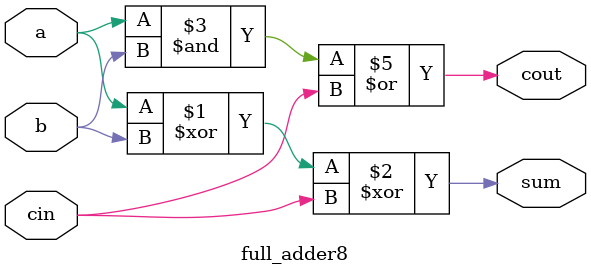
<source format=v>
module full_adder8(a,b,cin,sum,cout);
input a,b,cin;
output sum,cout;
assign sum = a^b^cin;
assign cout = a&b|cin&(1'b1); 
// initial begin
//     $display("The incorrect adder with or0 and and1 having out/1 and in1/1");
// end   
endmodule
</source>
